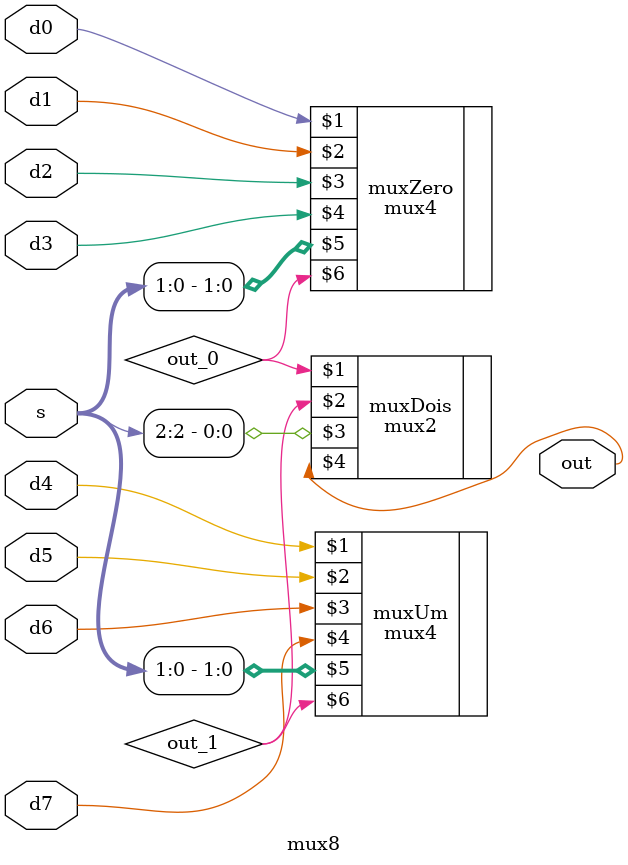
<source format=sv>
module mux8 (d0, d1, d2, d3, d4, d5, d6, d7, s, out);
	
	input logic d0, d1, d2, d3, d4, d5, d6, d7;
	input logic [2:0] s;
	output logic out;
	
	logic out_0, out_1; 
	
	mux4 muxZero(d0, d1, d2, d3, s[1:0], out_0);
	mux4 muxUm(d4, d5, d6, d7, s[1:0], out_1);
	mux2 muxDois(out_0, out_1, s[2], out);
	
endmodule 
</source>
